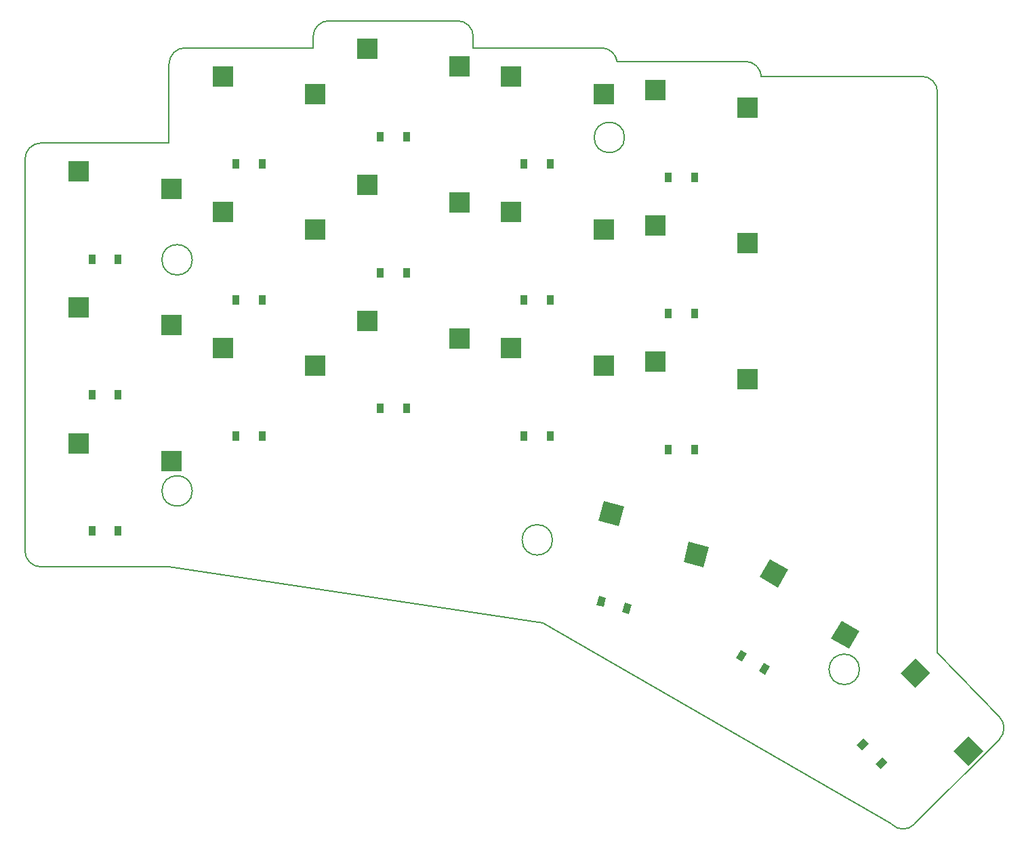
<source format=gbr>
G04 #@! TF.GenerationSoftware,KiCad,Pcbnew,5.1.5+dfsg1-2build2*
G04 #@! TF.CreationDate,2021-09-18T18:44:29+00:00*
G04 #@! TF.ProjectId,board,626f6172-642e-46b6-9963-61645f706362,VERSION_HERE*
G04 #@! TF.SameCoordinates,Original*
G04 #@! TF.FileFunction,Paste,Bot*
G04 #@! TF.FilePolarity,Positive*
%FSLAX46Y46*%
G04 Gerber Fmt 4.6, Leading zero omitted, Abs format (unit mm)*
G04 Created by KiCad (PCBNEW 5.1.5+dfsg1-2build2) date 2021-09-18 18:44:29*
%MOMM*%
%LPD*%
G04 APERTURE LIST*
G04 #@! TA.AperFunction,Profile*
%ADD10C,0.150000*%
G04 #@! TD*
%ADD11R,2.600000X2.600000*%
%ADD12R,0.900000X1.200000*%
%ADD13C,0.350000*%
G04 APERTURE END LIST*
D10*
X10000000Y-9500000D02*
X26000000Y-9500000D01*
X8000000Y-7500000D02*
X8000000Y41500000D01*
X10000000Y-9500000D02*
G75*
G02X8000000Y-7500000I0J2000000D01*
G01*
X26000000Y43500000D02*
X10000000Y43500000D01*
X8000000Y41500000D02*
G75*
G02X10000000Y43500000I2000000J0D01*
G01*
X44000000Y55400000D02*
X28000000Y55400000D01*
X26000000Y53400000D02*
G75*
G02X28000000Y55400000I2000000J0D01*
G01*
X26000000Y53400000D02*
X26000000Y43500000D01*
X64000000Y55400000D02*
X64000000Y56800000D01*
X62000000Y58800000D02*
G75*
G02X64000000Y56800000I0J-2000000D01*
G01*
X62000000Y58800000D02*
X46000000Y58800000D01*
X44000000Y56800000D02*
G75*
G02X46000000Y58800000I2000000J0D01*
G01*
X44000000Y56800000D02*
X44000000Y55400000D01*
X80000000Y55400000D02*
G75*
G02X81977391Y53699872I0J-2000000D01*
G01*
X80000000Y55400000D02*
X64000000Y55400000D01*
X98000000Y53700000D02*
G75*
G02X99994367Y51850000I0J-2000000D01*
G01*
X98000000Y53700000D02*
X82000000Y53700000D01*
X81977391Y53699872D02*
G75*
G02X82000000Y53700000I22609J-1999872D01*
G01*
X119117258Y-41686664D02*
G75*
G02X116288831Y-41686665I-1414214J1414213D01*
G01*
X119117258Y-41686665D02*
X129723860Y-31080063D01*
X129723859Y-28251636D02*
G75*
G02X129723860Y-31080063I-1414213J-1414214D01*
G01*
X122000000Y-20208734D02*
X129723860Y-28251636D01*
X116288831Y-41686665D02*
X72707107Y-16524745D01*
X72707107Y-16524745D02*
X26000000Y-9500000D01*
X122000000Y-20208734D02*
X122000000Y49850000D01*
X120000000Y51850000D02*
G75*
G02X122000000Y49850000I0J-2000000D01*
G01*
X120000000Y51850000D02*
X99994367Y51850000D01*
X28900000Y28900000D02*
G75*
G03X28900000Y28900000I-1900000J0D01*
G01*
X28900000Y0D02*
G75*
G03X28900000Y0I-1900000J0D01*
G01*
X82900000Y44200000D02*
G75*
G03X82900000Y44200000I-1900000J0D01*
G01*
X73900000Y-6120000D02*
G75*
G03X73900000Y-6120000I-1900000J0D01*
G01*
X112249134Y-22311939D02*
G75*
G03X112249134Y-22311939I-1900000J0D01*
G01*
D11*
G04 #@! TO.C,S1*
X14725000Y5950000D03*
X26275000Y3750000D03*
G04 #@! TD*
D12*
G04 #@! TO.C,D1*
X19650000Y-5000000D03*
X16350000Y-5000000D03*
G04 #@! TD*
D11*
G04 #@! TO.C,S2*
X14725000Y22950000D03*
X26275000Y20750000D03*
G04 #@! TD*
D12*
G04 #@! TO.C,D2*
X19650000Y12000000D03*
X16350000Y12000000D03*
G04 #@! TD*
D11*
G04 #@! TO.C,S3*
X14725000Y39950000D03*
X26275000Y37750000D03*
G04 #@! TD*
D12*
G04 #@! TO.C,D3*
X19650000Y29000000D03*
X16350000Y29000000D03*
G04 #@! TD*
D11*
G04 #@! TO.C,S4*
X32725000Y17850000D03*
X44275000Y15650000D03*
G04 #@! TD*
D12*
G04 #@! TO.C,D4*
X37650000Y6900000D03*
X34350000Y6900000D03*
G04 #@! TD*
D11*
G04 #@! TO.C,S5*
X32725000Y34850000D03*
X44275000Y32650000D03*
G04 #@! TD*
D12*
G04 #@! TO.C,D5*
X37650000Y23900000D03*
X34350000Y23900000D03*
G04 #@! TD*
D11*
G04 #@! TO.C,S6*
X32725000Y51850000D03*
X44275000Y49650000D03*
G04 #@! TD*
D12*
G04 #@! TO.C,D6*
X37650000Y40900000D03*
X34350000Y40900000D03*
G04 #@! TD*
D11*
G04 #@! TO.C,S7*
X50725000Y21250000D03*
X62275000Y19050000D03*
G04 #@! TD*
D12*
G04 #@! TO.C,D7*
X55650000Y10300000D03*
X52350000Y10300000D03*
G04 #@! TD*
D11*
G04 #@! TO.C,S8*
X50725000Y38250000D03*
X62275000Y36050000D03*
G04 #@! TD*
D12*
G04 #@! TO.C,D8*
X55650000Y27300000D03*
X52350000Y27300000D03*
G04 #@! TD*
D11*
G04 #@! TO.C,S9*
X50725000Y55250000D03*
X62275000Y53050000D03*
G04 #@! TD*
D12*
G04 #@! TO.C,D9*
X55650000Y44300000D03*
X52350000Y44300000D03*
G04 #@! TD*
D11*
G04 #@! TO.C,S10*
X68725000Y17850000D03*
X80275000Y15650000D03*
G04 #@! TD*
D12*
G04 #@! TO.C,D10*
X73650000Y6900000D03*
X70350000Y6900000D03*
G04 #@! TD*
D11*
G04 #@! TO.C,S11*
X68725000Y34850000D03*
X80275000Y32650000D03*
G04 #@! TD*
D12*
G04 #@! TO.C,D11*
X73650000Y23900000D03*
X70350000Y23900000D03*
G04 #@! TD*
D11*
G04 #@! TO.C,S12*
X68725000Y51850000D03*
X80275000Y49650000D03*
G04 #@! TD*
D12*
G04 #@! TO.C,D12*
X73650000Y40900000D03*
X70350000Y40900000D03*
G04 #@! TD*
D11*
G04 #@! TO.C,S13*
X86725000Y16150000D03*
X98275000Y13950000D03*
G04 #@! TD*
D12*
G04 #@! TO.C,D13*
X91650000Y5200000D03*
X88350000Y5200000D03*
G04 #@! TD*
D11*
G04 #@! TO.C,S14*
X86725000Y33150000D03*
X98275000Y30950000D03*
G04 #@! TD*
D12*
G04 #@! TO.C,D14*
X91650000Y22200000D03*
X88350000Y22200000D03*
G04 #@! TD*
D11*
G04 #@! TO.C,S15*
X86725000Y50150000D03*
X98275000Y47950000D03*
G04 #@! TD*
D12*
G04 #@! TO.C,D15*
X91650000Y39200000D03*
X88350000Y39200000D03*
G04 #@! TD*
D13*
G04 #@! TO.C,S16*
G36*
X79677698Y-3743348D02*
G01*
X80350627Y-1231941D01*
X82862034Y-1904870D01*
X82189105Y-4416277D01*
X79677698Y-3743348D01*
G37*
G36*
X90264740Y-8857745D02*
G01*
X90937669Y-6346338D01*
X93449076Y-7019267D01*
X92776147Y-9530674D01*
X90264740Y-8857745D01*
G37*
G04 #@! TD*
G04 #@! TO.C,D16*
G36*
X82603020Y-15138737D02*
G01*
X82913603Y-13979626D01*
X83782936Y-14212563D01*
X83472353Y-15371674D01*
X82603020Y-15138737D01*
G37*
G36*
X79415464Y-14284637D02*
G01*
X79726047Y-13125526D01*
X80595380Y-13358463D01*
X80284797Y-14517574D01*
X79415464Y-14284637D01*
G37*
G04 #@! TD*
G04 #@! TO.C,S17*
G36*
X99793934Y-10782982D02*
G01*
X101093934Y-8531316D01*
X103345600Y-9831316D01*
X102045600Y-12082982D01*
X99793934Y-10782982D01*
G37*
G36*
X108696527Y-18463238D02*
G01*
X109996527Y-16211572D01*
X112248193Y-17511572D01*
X110948193Y-19763238D01*
X108696527Y-18463238D01*
G37*
G04 #@! TD*
G04 #@! TO.C,D17*
G36*
X99670131Y-22547315D02*
G01*
X100270131Y-21508085D01*
X101049553Y-21958085D01*
X100449553Y-22997315D01*
X99670131Y-22547315D01*
G37*
G36*
X96812247Y-20897315D02*
G01*
X97412247Y-19858085D01*
X98191669Y-20308085D01*
X97591669Y-21347315D01*
X96812247Y-20897315D01*
G37*
G04 #@! TD*
G04 #@! TO.C,S18*
G36*
X117402033Y-22789240D02*
G01*
X119240511Y-20950762D01*
X121078989Y-22789240D01*
X119240511Y-24627718D01*
X117402033Y-22789240D01*
G37*
G36*
X124013481Y-32511958D02*
G01*
X125851959Y-30673480D01*
X127690437Y-32511958D01*
X125851959Y-34350436D01*
X124013481Y-32511958D01*
G37*
G04 #@! TD*
G04 #@! TO.C,D18*
G36*
X114238264Y-34120592D02*
G01*
X115086792Y-33272064D01*
X115723188Y-33908460D01*
X114874660Y-34756988D01*
X114238264Y-34120592D01*
G37*
G36*
X111904812Y-31787140D02*
G01*
X112753340Y-30938612D01*
X113389736Y-31575008D01*
X112541208Y-32423536D01*
X111904812Y-31787140D01*
G37*
G04 #@! TD*
M02*

</source>
